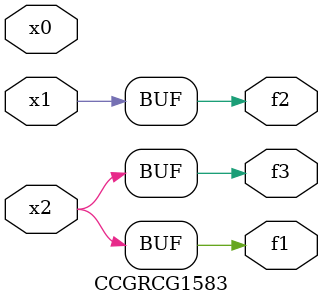
<source format=v>
module CCGRCG1583(
	input x0, x1, x2,
	output f1, f2, f3
);
	assign f1 = x2;
	assign f2 = x1;
	assign f3 = x2;
endmodule

</source>
